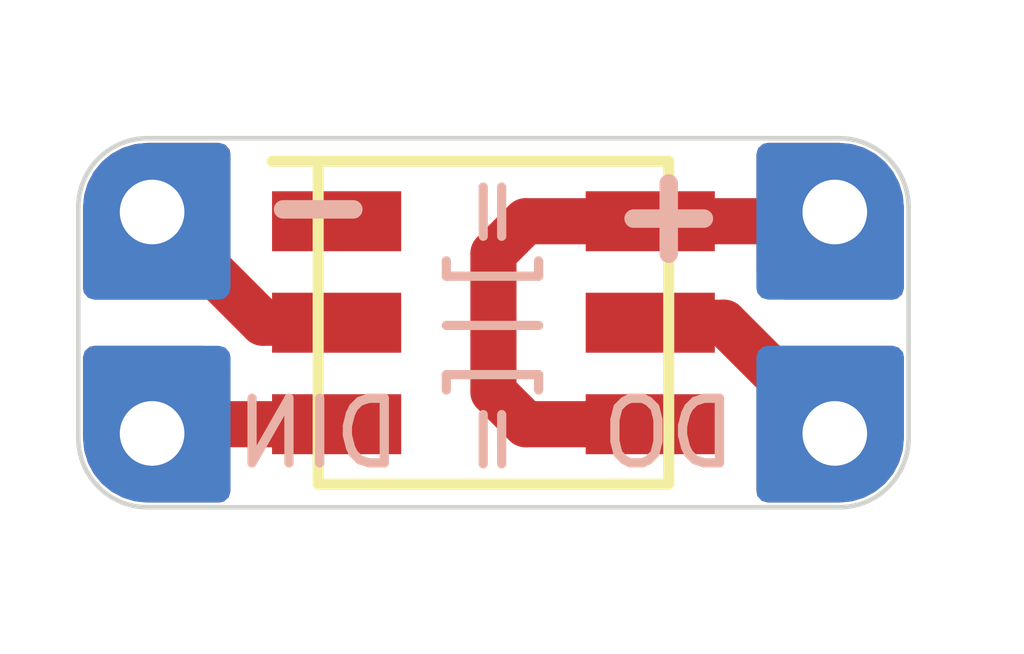
<source format=kicad_pcb>
(kicad_pcb (version 20240108) (generator "pcbnew") (generator_version "8.0")
  (layers (0 "F.Cu" signal) (31 "B.Cu" signal) (34 "B.Paste" user) (35 "F.Paste" user) (36 "B.SilkS" user "B.Silkscreen") (37 "F.SilkS" user "F.Silkscreen") (38 "B.Mask" user) (39 "F.Mask" user) (44 "Edge.Cuts" user))
  (net 0 "")
  (net 1 "Net-(H1-Pad1)")
  (net 2 "Net-(U1-DOUT)")
  (net 3 "Net-(U1-DIN)")
  (net 4 "Net-(U1-GND)")
  (footprint "SPi:IN_PI33QBTPRPGPBPW_XX" (layer "F.Cu") (at 155.5 97 -90)
    (property "Reference" "U1" (hide yes))
    (property "Value" "~")
    (fp_line (start -1.75 2.4) (end -1.75 -1.9) (stroke (width 0.12)) (layer "F.SilkS"))
    (fp_line (start 1.75 1.9) (end -1.75 1.9) (stroke (width 0.12)) (layer "F.SilkS"))
    (fp_line (start -1.75 -1.9) (end 1.75 -1.9) (stroke (width 0.12)) (layer "F.SilkS"))
    (fp_line (start 1.75 -1.9) (end 1.75 1.9) (stroke (width 0.12)) (layer "F.SilkS"))
    (pad "1" smd rect (at -1.1 1.7 270) (size 0.65 1.4) (layers "F.Cu" "F.Paste" "F.Mask"))
    (pad "2" smd rect (at 0 1.7 270) (size 0.65 1.4) (layers "F.Cu" "F.Paste" "F.Mask") (net 4 "Net-(U1-GND)"))
    (pad "3" smd rect (at 1.1 1.7 270) (size 0.65 1.4) (layers "F.Cu" "F.Paste" "F.Mask") (net 3 "Net-(U1-DIN)"))
    (pad "4" smd rect (at 1.1 -1.7 270) (size 0.65 1.4) (layers "F.Cu" "F.Paste" "F.Mask") (net 1 "Net-(H1-Pad1)"))
    (pad "5" smd rect (at 0 -1.7 270) (size 0.65 1.4) (layers "F.Cu" "F.Paste" "F.Mask") (net 2 "Net-(U1-DOUT)"))
    (pad "6" smd rect (at -1.1 -1.7 270) (size 0.65 1.4) (layers "F.Cu" "F.Paste" "F.Mask") (net 1 "Net-(H1-Pad1)"))
  )
  (footprint "TestPoint:TestPoint_THTPad_D1.0mm_Drill0.5mm" (layer "F.Cu") (at 159.2 98.2)
    (property "Reference" "H2" (hide yes))
    (property "Value" "DOUT")
    (pad "1" thru_hole circle (at 0 0) (size 1 1) (drill 0.7) (layers "*.Cu" "*.Mask") (net 2 "Net-(U1-DOUT)"))
  )
  (footprint "TestPoint:TestPoint_THTPad_D1.0mm_Drill0.5mm" (layer "F.Cu") (at 151.8 98.2)
    (property "Reference" "H3" (hide yes))
    (property "Value" "DIN")
    (pad "1" thru_hole circle (at 0 0) (size 1 1) (drill 0.7) (layers "*.Cu" "*.Mask") (net 3 "Net-(U1-DIN)"))
  )
  (footprint "TestPoint:TestPoint_THTPad_D1.0mm_Drill0.5mm" (layer "F.Cu") (at 151.8 95.8)
    (property "Reference" "H4" (hide yes))
    (property "Value" "GND")
    (pad "1" thru_hole circle (at 0 0) (size 1 1) (drill 0.7) (layers "*.Cu" "*.Mask") (net 4 "Net-(U1-GND)"))
  )
  (footprint "TestPoint:TestPoint_THTPad_D1.0mm_Drill0.5mm" (layer "F.Cu") (at 159.2 95.8)
    (property "Reference" "H1" (hide yes))
    (property "Value" "VDD")
    (pad "1" thru_hole circle (at 0 0) (size 1 1) (drill 0.7) (layers "*.Cu" "*.Mask") (net 1 "Net-(H1-Pad1)"))
  )
  (gr_arc (start 160 98.25) (mid 159.78033 98.78033) (end 159.25 99) (stroke (width 0.05)) (layer "Edge.Cuts"))
  (gr_line (start 160 95.75) (end 160 98.25) (stroke (width 0.05)) (layer "Edge.Cuts"))
  (gr_arc (start 159.25 95) (mid 159.78033 95.21967) (end 160 95.75) (stroke (width 0.05)) (layer "Edge.Cuts"))
  (gr_line (start 151.75 99) (end 159.25 99) (stroke (width 0.05)) (layer "Edge.Cuts"))
  (gr_line (start 151 95.75) (end 151 98.25) (stroke (width 0.05)) (layer "Edge.Cuts"))
  (gr_arc (start 151 95.75) (mid 151.21967 95.21967) (end 151.75 95) (stroke (width 0.05)) (layer "Edge.Cuts"))
  (gr_arc (start 151.75 99) (mid 151.21967 98.78033) (end 151 98.25) (stroke (width 0.05)) (layer "Edge.Cuts"))
  (gr_line (start 151.75 95) (end 159.25 95) (stroke (width 0.05)) (layer "Edge.Cuts"))
  (gr_text "DIN" (at 153.6 98.2 0) (layer "B.SilkS") (effects (font (size 0.7 0.7) (thickness 0.1)) (justify mirror)))
  (gr_text "DO" (at 157.4 98.2 0) (layer "B.SilkS") (effects (font (size 0.7 0.7) (thickness 0.1)) (justify mirror)))
  (gr_text "-" (at 153.6 95.7 0) (layer "B.SilkS") (effects (font (size 1 1) (thickness 0.2) (bold yes))))
  (gr_text "+" (at 157.4 95.8 0) (layer "B.SilkS") (effects (font (size 1 1) (thickness 0.2) (bold yes))))
  (gr_text "=]|[=" (at 155.131667 98.761667 -90) (layer "B.SilkS") (effects (font (size 0.7 0.7) (thickness 0.1)) (justify left bottom mirror)))
  (segment (start 159.2 95.8) (end 159.1 95.9) (width 0.5) (layer "F.Cu") (net 1))
  (segment (start 155.5 96.25) (end 155.5 97.75) (width 0.5) (layer "F.Cu") (net 1))
  (segment (start 155.85 95.9) (end 155.5 96.25) (width 0.5) (layer "F.Cu") (net 1))
  (segment (start 157.2 95.9) (end 155.85 95.9) (width 0.5) (layer "F.Cu") (net 1))
  (segment (start 155.85 98.1) (end 157.2 98.1) (width 0.5) (layer "F.Cu") (net 1))
  (segment (start 155.5 97.75) (end 155.85 98.1) (width 0.5) (layer "F.Cu") (net 1))
  (segment (start 159.1 95.9) (end 157.2 95.9) (width 0.5) (layer "F.Cu") (net 1))
  (segment (start 159.2 98.2) (end 158 97) (width 0.5) (layer "F.Cu") (net 2))
  (segment (start 158 97) (end 157.2 97) (width 0.5) (layer "F.Cu") (net 2))
  (segment (start 153.8 98.1) (end 151.9 98.1) (width 0.5) (layer "F.Cu") (net 3))
  (segment (start 151.9 98.1) (end 151.8 98.2) (width 0.5) (layer "F.Cu") (net 3))
  (segment (start 153 97) (end 153.8 97) (width 0.5) (layer "F.Cu") (net 4))
  (segment (start 151.8 95.8) (end 153 97) (width 0.5) (layer "F.Cu") (net 4))
  (zone (net 3) (net_name "Net-(U1-DIN)") (layers "F&B.Cu") (priority 3) (connect_pads yes (clearance 0.35)) (min_thickness 0.25) (fill yes (thermal_gap 0.5) (thermal_bridge_width 0.5))
    (polygon (pts (xy 152.65 97.25) (xy 150.75 97.25) (xy 150.75 99.25) (xy 152.65 99.25)))
  )
  (zone (net 1) (net_name "Net-(H1-Pad1)") (layers "F&B.Cu") (connect_pads yes (clearance 0.35)) (min_thickness 0.25) (fill yes (thermal_gap 0.5) (thermal_bridge_width 0.5))
    (polygon (pts (xy 158.35 94.75) (xy 158.35 96.75) (xy 160.25 96.75) (xy 160.25 94.75)))
  )
  (zone (net 2) (net_name "Net-(U1-DOUT)") (layers "F&B.Cu") (priority 1) (connect_pads yes (clearance 0.35)) (min_thickness 0.25) (fill yes (thermal_gap 0.5) (thermal_bridge_width 0.5))
    (polygon (pts (xy 158.35 99.25) (xy 160.25 99.25) (xy 160.25 97.25) (xy 158.35 97.25)))
  )
  (zone (net 4) (net_name "Net-(U1-GND)") (layers "F&B.Cu") (priority 2) (connect_pads yes (clearance 0)) (min_thickness 0.25) (fill yes (thermal_gap 0.5) (thermal_bridge_width 0.5))
    (polygon (pts (xy 152.65 94.75) (xy 152.65 96.75) (xy 150.75 96.75) (xy 150.75 94.75)))
  )
)
</source>
